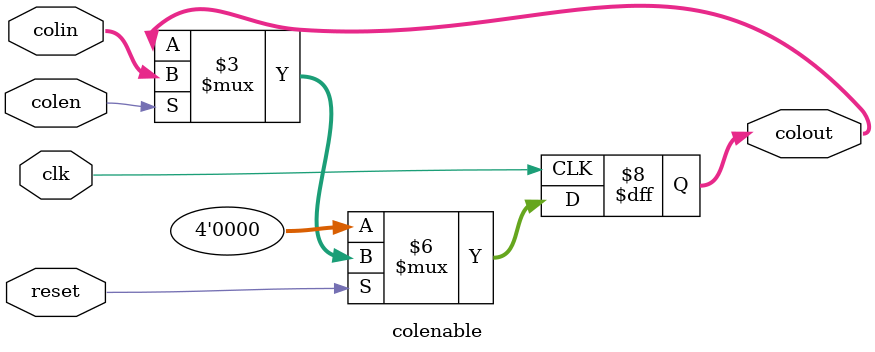
<source format=sv>
module colenable(
    input logic clk,
    input logic reset,
	input logic colen,
    input logic [3:0] colin,
    output logic [3:0] colout
);
    always_ff @(posedge clk)
        if (!reset) colout <= 4'b0000;
        else if (colen) colout <= colin;
endmodule
</source>
